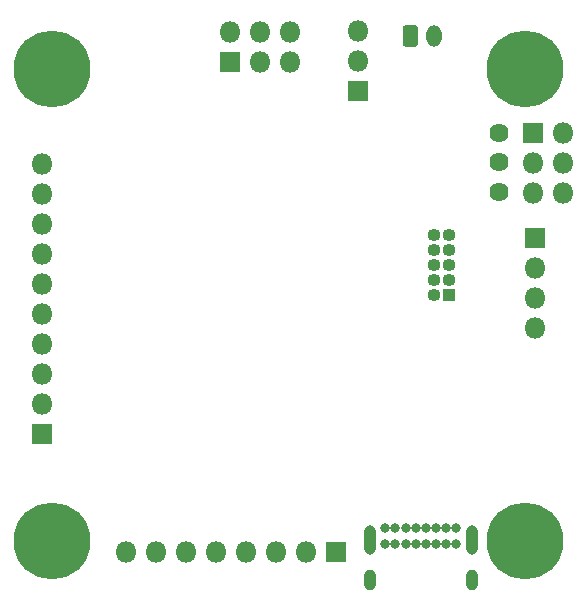
<source format=gbs>
%TF.GenerationSoftware,KiCad,Pcbnew,(5.1.6-0-10_14)*%
%TF.CreationDate,2021-04-22T17:40:41-07:00*%
%TF.ProjectId,BetsyBoardBig,42657473-7942-46f6-9172-644269672e6b,rev?*%
%TF.SameCoordinates,Original*%
%TF.FileFunction,Soldermask,Bot*%
%TF.FilePolarity,Negative*%
%FSLAX46Y46*%
G04 Gerber Fmt 4.6, Leading zero omitted, Abs format (unit mm)*
G04 Created by KiCad (PCBNEW (5.1.6-0-10_14)) date 2021-04-22 17:40:41*
%MOMM*%
%LPD*%
G01*
G04 APERTURE LIST*
%ADD10C,1.624000*%
%ADD11O,1.000000X1.800000*%
%ADD12O,1.000000X2.500000*%
%ADD13C,0.800000*%
%ADD14O,1.800000X1.800000*%
%ADD15R,1.800000X1.800000*%
%ADD16O,1.100000X1.100000*%
%ADD17R,1.100000X1.100000*%
%ADD18O,1.300000X1.850000*%
%ADD19C,0.900000*%
%ADD20C,6.500000*%
G04 APERTURE END LIST*
D10*
%TO.C,TP2-BOOT1*%
X137795000Y-65455800D03*
%TD*%
%TO.C,TP2-BOOT0*%
X137800000Y-60400000D03*
%TD*%
%TO.C,TP1-NRST1*%
X137807700Y-62915800D03*
%TD*%
D11*
%TO.C,J3*%
X135500000Y-98260000D03*
X126850000Y-98260000D03*
D12*
X135500000Y-94880000D03*
X126850000Y-94880000D03*
D13*
X131600000Y-95250000D03*
X134150000Y-95250000D03*
X133300000Y-95250000D03*
X132450000Y-95250000D03*
X128200000Y-95250000D03*
X129900000Y-95250000D03*
X130750000Y-95250000D03*
X129050000Y-95250000D03*
X134150000Y-93900000D03*
X133300000Y-93900000D03*
X132450000Y-93900000D03*
X131600000Y-93900000D03*
X130750000Y-93900000D03*
X129900000Y-93900000D03*
X129050000Y-93900000D03*
X128200000Y-93900000D03*
%TD*%
D14*
%TO.C,J9*%
X140900000Y-76970000D03*
X140900000Y-74430000D03*
X140900000Y-71890000D03*
D15*
X140900000Y-69350000D03*
%TD*%
D16*
%TO.C,P2*%
X132280000Y-69070000D03*
X133550000Y-69070000D03*
X132280000Y-70340000D03*
X133550000Y-70340000D03*
X132280000Y-71610000D03*
X133550000Y-71610000D03*
X132280000Y-72880000D03*
X133550000Y-72880000D03*
X132280000Y-74150000D03*
D17*
X133550000Y-74150000D03*
%TD*%
D14*
%TO.C,J1*%
X120080000Y-51860000D03*
X120080000Y-54400000D03*
X117540000Y-51860000D03*
X117540000Y-54400000D03*
X115000000Y-51860000D03*
D15*
X115000000Y-54400000D03*
%TD*%
D14*
%TO.C,J2*%
X143240000Y-65480000D03*
X140700000Y-65480000D03*
X143240000Y-62940000D03*
X140700000Y-62940000D03*
X143240000Y-60400000D03*
D15*
X140700000Y-60400000D03*
%TD*%
D14*
%TO.C,SW1*%
X125900000Y-51820000D03*
X125900000Y-54360000D03*
D15*
X125900000Y-56900000D03*
%TD*%
D18*
%TO.C,P1*%
X132300000Y-52200000D03*
G36*
G01*
X129650000Y-52854168D02*
X129650000Y-51545832D01*
G75*
G02*
X129920832Y-51275000I270832J0D01*
G01*
X130679168Y-51275000D01*
G75*
G02*
X130950000Y-51545832I0J-270832D01*
G01*
X130950000Y-52854168D01*
G75*
G02*
X130679168Y-53125000I-270832J0D01*
G01*
X129920832Y-53125000D01*
G75*
G02*
X129650000Y-52854168I0J270832D01*
G01*
G37*
%TD*%
D14*
%TO.C,J7*%
X99100000Y-63040000D03*
X99100000Y-65580000D03*
X99100000Y-68120000D03*
X99100000Y-70660000D03*
X99100000Y-73200000D03*
X99100000Y-75740000D03*
X99100000Y-78280000D03*
X99100000Y-80820000D03*
X99100000Y-83360000D03*
D15*
X99100000Y-85900000D03*
%TD*%
D19*
%TO.C,H4*%
X101697056Y-93302944D03*
X100000000Y-92600000D03*
X98302944Y-93302944D03*
X97600000Y-95000000D03*
X98302944Y-96697056D03*
X100000000Y-97400000D03*
X101697056Y-96697056D03*
X102400000Y-95000000D03*
D20*
X100000000Y-95000000D03*
%TD*%
D19*
%TO.C,H3*%
X141697056Y-93302944D03*
X140000000Y-92600000D03*
X138302944Y-93302944D03*
X137600000Y-95000000D03*
X138302944Y-96697056D03*
X140000000Y-97400000D03*
X141697056Y-96697056D03*
X142400000Y-95000000D03*
D20*
X140000000Y-95000000D03*
%TD*%
D19*
%TO.C,H2*%
X141697056Y-53302944D03*
X140000000Y-52600000D03*
X138302944Y-53302944D03*
X137600000Y-55000000D03*
X138302944Y-56697056D03*
X140000000Y-57400000D03*
X141697056Y-56697056D03*
X142400000Y-55000000D03*
D20*
X140000000Y-55000000D03*
%TD*%
D19*
%TO.C,H1*%
X101697056Y-53302944D03*
X100000000Y-52600000D03*
X98302944Y-53302944D03*
X97600000Y-55000000D03*
X98302944Y-56697056D03*
X100000000Y-57400000D03*
X101697056Y-56697056D03*
X102400000Y-55000000D03*
D20*
X100000000Y-55000000D03*
%TD*%
D14*
%TO.C,J6*%
X106220000Y-95900000D03*
X108760000Y-95900000D03*
X111300000Y-95900000D03*
X113840000Y-95900000D03*
X116380000Y-95900000D03*
X118920000Y-95900000D03*
X121460000Y-95900000D03*
D15*
X124000000Y-95900000D03*
%TD*%
M02*

</source>
